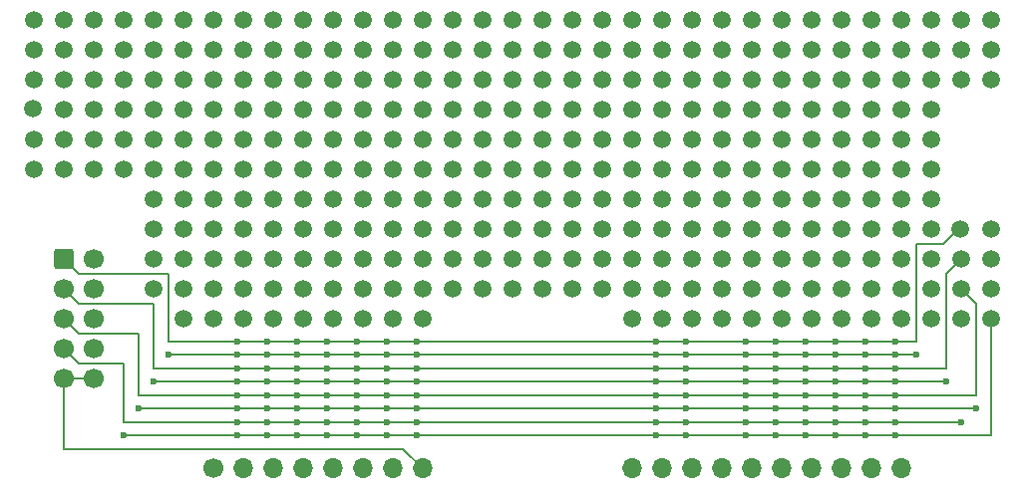
<source format=gbr>
%TF.GenerationSoftware,KiCad,Pcbnew,8.0.2-8.0.2-0~ubuntu22.04.1*%
%TF.CreationDate,2024-05-24T18:22:54+02:00*%
%TF.ProjectId,flipper-debug-devboard,666c6970-7065-4722-9d64-656275672d64,rev?*%
%TF.SameCoordinates,Original*%
%TF.FileFunction,Copper,L2,Bot*%
%TF.FilePolarity,Positive*%
%FSLAX46Y46*%
G04 Gerber Fmt 4.6, Leading zero omitted, Abs format (unit mm)*
G04 Created by KiCad (PCBNEW 8.0.2-8.0.2-0~ubuntu22.04.1) date 2024-05-24 18:22:54*
%MOMM*%
%LPD*%
G01*
G04 APERTURE LIST*
G04 Aperture macros list*
%AMRoundRect*
0 Rectangle with rounded corners*
0 $1 Rounding radius*
0 $2 $3 $4 $5 $6 $7 $8 $9 X,Y pos of 4 corners*
0 Add a 4 corners polygon primitive as box body*
4,1,4,$2,$3,$4,$5,$6,$7,$8,$9,$2,$3,0*
0 Add four circle primitives for the rounded corners*
1,1,$1+$1,$2,$3*
1,1,$1+$1,$4,$5*
1,1,$1+$1,$6,$7*
1,1,$1+$1,$8,$9*
0 Add four rect primitives between the rounded corners*
20,1,$1+$1,$2,$3,$4,$5,0*
20,1,$1+$1,$4,$5,$6,$7,0*
20,1,$1+$1,$6,$7,$8,$9,0*
20,1,$1+$1,$8,$9,$2,$3,0*%
G04 Aperture macros list end*
%TA.AperFunction,ComponentPad*%
%ADD10C,1.500000*%
%TD*%
%TA.AperFunction,ComponentPad*%
%ADD11RoundRect,0.250000X-0.600000X-0.600000X0.600000X-0.600000X0.600000X0.600000X-0.600000X0.600000X0*%
%TD*%
%TA.AperFunction,ComponentPad*%
%ADD12C,1.700000*%
%TD*%
%TA.AperFunction,ComponentPad*%
%ADD13O,1.700000X1.700000*%
%TD*%
%TA.AperFunction,ViaPad*%
%ADD14C,0.600000*%
%TD*%
%TA.AperFunction,Conductor*%
%ADD15C,0.200000*%
%TD*%
G04 APERTURE END LIST*
D10*
%TO.P,,1*%
%TO.N,N/C*%
X149860000Y-104140000D03*
%TD*%
%TO.P,,1*%
%TO.N,N/C*%
X124460000Y-104140000D03*
%TD*%
%TO.P,,1*%
%TO.N,N/C*%
X101600000Y-104140000D03*
%TD*%
%TO.P,,1*%
%TO.N,N/C*%
X142240000Y-104140000D03*
%TD*%
%TO.P,,1*%
%TO.N,N/C*%
X106680000Y-104140000D03*
%TD*%
%TO.P,,1*%
%TO.N,N/C*%
X104140000Y-104140000D03*
%TD*%
%TO.P,,1*%
%TO.N,N/C*%
X73660000Y-104140000D03*
%TD*%
%TO.P,,1*%
%TO.N,N/C*%
X139700000Y-104140000D03*
%TD*%
%TO.P,,1*%
%TO.N,N/C*%
X144780000Y-104140000D03*
%TD*%
%TO.P,,1*%
%TO.N,N/C*%
X127000000Y-104140000D03*
%TD*%
%TO.P,,1*%
%TO.N,N/C*%
X76200000Y-104140000D03*
%TD*%
%TO.P,,1*%
%TO.N,N/C*%
X88900000Y-104140000D03*
%TD*%
%TO.P,,1*%
%TO.N,N/C*%
X99060000Y-104140000D03*
%TD*%
%TO.P,,1*%
%TO.N,N/C*%
X147320000Y-104140000D03*
%TD*%
%TO.P,,1*%
%TO.N,N/C*%
X86360000Y-104140000D03*
%TD*%
%TO.P,,1*%
%TO.N,N/C*%
X132080000Y-104140000D03*
%TD*%
%TO.P,,1*%
%TO.N,N/C*%
X83820000Y-104140000D03*
%TD*%
%TO.P,,1*%
%TO.N,N/C*%
X116840000Y-104140000D03*
%TD*%
%TO.P,,1*%
%TO.N,N/C*%
X93980000Y-104140000D03*
%TD*%
%TO.P,,1*%
%TO.N,N/C*%
X96520000Y-104140000D03*
%TD*%
%TO.P,,1*%
%TO.N,N/C*%
X91440000Y-104140000D03*
%TD*%
%TO.P,,1*%
%TO.N,N/C*%
X134620000Y-104140000D03*
%TD*%
%TO.P,,1*%
%TO.N,N/C*%
X71120000Y-104140000D03*
%TD*%
%TO.P,,1*%
%TO.N,N/C*%
X119380000Y-104140000D03*
%TD*%
%TO.P,,1*%
%TO.N,N/C*%
X81280000Y-104140000D03*
%TD*%
%TO.P,,1*%
%TO.N,N/C*%
X78740000Y-104140000D03*
%TD*%
%TO.P,,1*%
%TO.N,N/C*%
X109220000Y-104140000D03*
%TD*%
%TO.P,,1*%
%TO.N,N/C*%
X137160000Y-104140000D03*
%TD*%
%TO.P,,1*%
%TO.N,N/C*%
X114300000Y-104140000D03*
%TD*%
%TO.P,,1*%
%TO.N,N/C*%
X111760000Y-104140000D03*
%TD*%
%TO.P,,1*%
%TO.N,N/C*%
X152400000Y-104140000D03*
%TD*%
%TO.P,,1*%
%TO.N,N/C*%
X129540000Y-104140000D03*
%TD*%
%TO.P,,1*%
%TO.N,N/C*%
X121920000Y-104140000D03*
%TD*%
%TO.P,,1*%
%TO.N,N/C*%
X149860000Y-106680000D03*
%TD*%
%TO.P,,1*%
%TO.N,N/C*%
X124460000Y-106680000D03*
%TD*%
%TO.P,,1*%
%TO.N,N/C*%
X101600000Y-106680000D03*
%TD*%
%TO.P,,1*%
%TO.N,N/C*%
X142240000Y-106680000D03*
%TD*%
%TO.P,,1*%
%TO.N,N/C*%
X106680000Y-106680000D03*
%TD*%
%TO.P,,1*%
%TO.N,N/C*%
X104140000Y-106680000D03*
%TD*%
%TO.P,,1*%
%TO.N,N/C*%
X73660000Y-106680000D03*
%TD*%
%TO.P,,1*%
%TO.N,N/C*%
X139700000Y-106680000D03*
%TD*%
%TO.P,,1*%
%TO.N,N/C*%
X144780000Y-106680000D03*
%TD*%
%TO.P,,1*%
%TO.N,N/C*%
X127000000Y-106680000D03*
%TD*%
%TO.P,,1*%
%TO.N,N/C*%
X76200000Y-106680000D03*
%TD*%
%TO.P,,1*%
%TO.N,N/C*%
X88900000Y-106680000D03*
%TD*%
%TO.P,,1*%
%TO.N,N/C*%
X99060000Y-106680000D03*
%TD*%
%TO.P,,1*%
%TO.N,N/C*%
X147320000Y-106680000D03*
%TD*%
%TO.P,,1*%
%TO.N,N/C*%
X86360000Y-106680000D03*
%TD*%
%TO.P,,1*%
%TO.N,N/C*%
X132080000Y-106680000D03*
%TD*%
%TO.P,,1*%
%TO.N,N/C*%
X83820000Y-106680000D03*
%TD*%
%TO.P,,1*%
%TO.N,N/C*%
X116840000Y-106680000D03*
%TD*%
%TO.P,,1*%
%TO.N,N/C*%
X93980000Y-106680000D03*
%TD*%
%TO.P,,1*%
%TO.N,N/C*%
X96520000Y-106680000D03*
%TD*%
%TO.P,,1*%
%TO.N,N/C*%
X91440000Y-106680000D03*
%TD*%
%TO.P,,1*%
%TO.N,N/C*%
X134620000Y-106680000D03*
%TD*%
%TO.P,,1*%
%TO.N,N/C*%
X71120000Y-106680000D03*
%TD*%
%TO.P,,1*%
%TO.N,N/C*%
X119380000Y-106680000D03*
%TD*%
%TO.P,,1*%
%TO.N,N/C*%
X81280000Y-106680000D03*
%TD*%
%TO.P,,1*%
%TO.N,N/C*%
X78740000Y-106680000D03*
%TD*%
%TO.P,,1*%
%TO.N,N/C*%
X109220000Y-106680000D03*
%TD*%
%TO.P,,1*%
%TO.N,N/C*%
X137160000Y-106680000D03*
%TD*%
%TO.P,,1*%
%TO.N,N/C*%
X114300000Y-106680000D03*
%TD*%
%TO.P,,1*%
%TO.N,N/C*%
X111760000Y-106680000D03*
%TD*%
%TO.P,,1*%
%TO.N,N/C*%
X152400000Y-106680000D03*
%TD*%
%TO.P,,1*%
%TO.N,N/C*%
X129540000Y-106680000D03*
%TD*%
%TO.P,,1*%
%TO.N,N/C*%
X121920000Y-106680000D03*
%TD*%
%TO.P,,1*%
%TO.N,N/C*%
X139700000Y-111760000D03*
%TD*%
%TO.P,,1*%
%TO.N,N/C*%
X86360000Y-121920000D03*
%TD*%
%TO.P,,1*%
%TO.N,N/C*%
X142240000Y-116840000D03*
%TD*%
%TO.P,,1*%
%TO.N,N/C*%
X88900000Y-121920000D03*
%TD*%
%TO.P,,1*%
%TO.N,N/C*%
X134620000Y-111760000D03*
%TD*%
%TO.P,,1*%
%TO.N,N/C*%
X114300000Y-119380000D03*
%TD*%
%TO.P,,1*%
%TO.N,N/C*%
X149860000Y-124460000D03*
%TD*%
%TO.P,,1*%
%TO.N,N/C*%
X139700000Y-116840000D03*
%TD*%
%TO.P,,1*%
%TO.N,N/C*%
X111760000Y-121920000D03*
%TD*%
%TO.P,,1*%
%TO.N,N/C*%
X129540000Y-116840000D03*
%TD*%
%TO.P,,1*%
%TO.N,N/C*%
X152400000Y-109220000D03*
%TD*%
%TO.P,,1*%
%TO.N,N/C*%
X142240000Y-127000000D03*
%TD*%
%TO.P,,1*%
%TO.N,N/C*%
X124460000Y-114300000D03*
%TD*%
%TO.P,,1*%
%TO.N,N/C*%
X114300000Y-116840000D03*
%TD*%
%TO.P,,1*%
%TO.N,N/C*%
X142240000Y-124460000D03*
%TD*%
%TO.P,,1*%
%TO.N,N/C*%
X119380000Y-119380000D03*
%TD*%
%TO.P,,1*%
%TO.N,N/C*%
X149839316Y-121912195D03*
%TD*%
%TO.P,,1*%
%TO.N,N/C*%
X109220000Y-119380000D03*
%TD*%
%TO.P,,1*%
%TO.N,N/C*%
X152400000Y-121920000D03*
%TD*%
%TO.P,,1*%
%TO.N,N/C*%
X132080000Y-121920000D03*
%TD*%
%TO.P,,1*%
%TO.N,N/C*%
X93980000Y-119380000D03*
%TD*%
%TO.P,,1*%
%TO.N,N/C*%
X76200000Y-111760000D03*
%TD*%
%TO.P,,1*%
%TO.N,N/C*%
X149860000Y-129540000D03*
%TD*%
%TO.P,,1*%
%TO.N,N/C*%
X88900000Y-124460000D03*
%TD*%
%TO.P,,1*%
%TO.N,N/C*%
X93980000Y-127000000D03*
%TD*%
%TO.P,,1*%
%TO.N,N/C*%
X91440000Y-124460000D03*
%TD*%
%TO.P,,1*%
%TO.N,N/C*%
X88900000Y-129540000D03*
%TD*%
%TO.P,,1*%
%TO.N,N/C*%
X109220000Y-116840000D03*
%TD*%
%TO.P,,1*%
%TO.N,N/C*%
X114300000Y-121920000D03*
%TD*%
%TO.P,,1*%
%TO.N,N/C*%
X93980000Y-116840000D03*
%TD*%
%TO.P,,1*%
%TO.N,N/C*%
X147320000Y-116840000D03*
%TD*%
%TO.P,,1*%
%TO.N,N/C*%
X129540000Y-109220000D03*
%TD*%
%TO.P,,1*%
%TO.N,N/C*%
X111760000Y-124460000D03*
%TD*%
D11*
%TO.P,REF1,1*%
%TO.N,N/C*%
X73660000Y-124460000D03*
D12*
%TO.P,REF1,2*%
X76200000Y-124460000D03*
%TO.P,REF1,3*%
X73660000Y-127000000D03*
%TO.P,REF1,4*%
X76200000Y-127000000D03*
%TO.P,REF1,5*%
X73660000Y-129540000D03*
%TO.P,REF1,6*%
X76200000Y-129540000D03*
%TO.P,REF1,7*%
X73660000Y-132080000D03*
%TO.P,REF1,8*%
X76200000Y-132080000D03*
%TO.P,REF1,9*%
X73660000Y-134620000D03*
%TO.P,REF1,10*%
X76200000Y-134620000D03*
%TD*%
D10*
%TO.P,,1*%
%TO.N,N/C*%
X139700000Y-114300000D03*
%TD*%
%TO.P,,1*%
%TO.N,N/C*%
X106680000Y-114300000D03*
%TD*%
%TO.P,,1*%
%TO.N,N/C*%
X134620000Y-129540000D03*
%TD*%
%TO.P,,1*%
%TO.N,N/C*%
X111760000Y-116840000D03*
%TD*%
%TO.P,,1*%
%TO.N,N/C*%
X121920000Y-109220000D03*
%TD*%
%TO.P,,1*%
%TO.N,N/C*%
X106680000Y-124460000D03*
%TD*%
%TO.P,,1*%
%TO.N,N/C*%
X121920000Y-116840000D03*
%TD*%
%TO.P,,1*%
%TO.N,N/C*%
X111760000Y-109220000D03*
%TD*%
%TO.P,,1*%
%TO.N,N/C*%
X144780000Y-121920000D03*
%TD*%
%TO.P,,1*%
%TO.N,N/C*%
X114300000Y-109220000D03*
%TD*%
%TO.P,,1*%
%TO.N,N/C*%
X142240000Y-129540000D03*
%TD*%
%TO.P,,1*%
%TO.N,N/C*%
X124460000Y-127000000D03*
%TD*%
%TO.P,,1*%
%TO.N,N/C*%
X104140000Y-121920000D03*
%TD*%
%TO.P,,1*%
%TO.N,N/C*%
X73660000Y-116840000D03*
%TD*%
%TO.P,,1*%
%TO.N,N/C*%
X144780000Y-119380000D03*
%TD*%
%TO.P,,1*%
%TO.N,N/C*%
X137160000Y-109220000D03*
%TD*%
%TO.P,,1*%
%TO.N,N/C*%
X139700000Y-121920000D03*
%TD*%
%TO.P,,1*%
%TO.N,N/C*%
X106680000Y-121920000D03*
%TD*%
%TO.P,,1*%
%TO.N,N/C*%
X88900000Y-119380000D03*
%TD*%
%TO.P,,1*%
%TO.N,N/C*%
X83820000Y-119380000D03*
%TD*%
%TO.P,,1*%
%TO.N,N/C*%
X104140000Y-116840000D03*
%TD*%
%TO.P,,1*%
%TO.N,N/C*%
X121920000Y-124460000D03*
%TD*%
%TO.P,,1*%
%TO.N,N/C*%
X119380000Y-127000000D03*
%TD*%
%TO.P,,1*%
%TO.N,N/C*%
X116840000Y-127000000D03*
%TD*%
%TO.P,,1*%
%TO.N,N/C*%
X93980000Y-114300000D03*
%TD*%
%TO.P,,1*%
%TO.N,N/C*%
X71120000Y-116840000D03*
%TD*%
%TO.P,,1*%
%TO.N,N/C*%
X83820000Y-121920000D03*
%TD*%
%TO.P,,1*%
%TO.N,N/C*%
X139700000Y-119380000D03*
%TD*%
%TO.P,,1*%
%TO.N,N/C*%
X114300000Y-124460000D03*
%TD*%
%TO.P,,1*%
%TO.N,N/C*%
X144780000Y-111760000D03*
%TD*%
%TO.P,,1*%
%TO.N,N/C*%
X101600000Y-127000000D03*
%TD*%
%TO.P,,1*%
%TO.N,N/C*%
X124460000Y-111760000D03*
%TD*%
%TO.P,,1*%
%TO.N,N/C*%
X114300000Y-127000000D03*
%TD*%
%TO.P,,1*%
%TO.N,N/C*%
X109220000Y-109220000D03*
%TD*%
%TO.P,,1*%
%TO.N,N/C*%
X134620000Y-124460000D03*
%TD*%
%TO.P,,1*%
%TO.N,N/C*%
X142240000Y-121920000D03*
%TD*%
%TO.P,,1*%
%TO.N,N/C*%
X104140000Y-111760000D03*
%TD*%
%TO.P,,1*%
%TO.N,N/C*%
X96520000Y-127000000D03*
%TD*%
%TO.P,,1*%
%TO.N,N/C*%
X132080000Y-114300000D03*
%TD*%
%TO.P,,1*%
%TO.N,N/C*%
X116840000Y-124460000D03*
%TD*%
%TO.P,,1*%
%TO.N,N/C*%
X137160000Y-129540000D03*
%TD*%
%TO.P,,1*%
%TO.N,N/C*%
X96520000Y-114300000D03*
%TD*%
%TO.P,,1*%
%TO.N,N/C*%
X88900000Y-127000000D03*
%TD*%
%TO.P,,1*%
%TO.N,N/C*%
X86360000Y-114300000D03*
%TD*%
%TO.P,,1*%
%TO.N,N/C*%
X147320000Y-111760000D03*
%TD*%
%TO.P,,1*%
%TO.N,N/C*%
X137160000Y-114300000D03*
%TD*%
%TO.P,,1*%
%TO.N,N/C*%
X83820000Y-124460000D03*
%TD*%
%TO.P,,1*%
%TO.N,N/C*%
X129540000Y-129540000D03*
%TD*%
%TO.P,,1*%
%TO.N,N/C*%
X86360000Y-127000000D03*
%TD*%
%TO.P,,1*%
%TO.N,N/C*%
X137160000Y-121920000D03*
%TD*%
%TO.P,,1*%
%TO.N,N/C*%
X132080000Y-119380000D03*
%TD*%
%TO.P,,1*%
%TO.N,N/C*%
X147320000Y-114300000D03*
%TD*%
%TO.P,,1*%
%TO.N,N/C*%
X144780000Y-114300000D03*
%TD*%
%TO.P,,1*%
%TO.N,N/C*%
X119380000Y-121920000D03*
%TD*%
%TO.P,,1*%
%TO.N,N/C*%
X78740000Y-109220000D03*
%TD*%
%TO.P,,1*%
%TO.N,N/C*%
X101600000Y-129540000D03*
%TD*%
%TO.P,,1*%
%TO.N,N/C*%
X96520000Y-129540000D03*
%TD*%
%TO.P,,1*%
%TO.N,N/C*%
X119380000Y-111760000D03*
%TD*%
%TO.P,,1*%
%TO.N,N/C*%
X111760000Y-114300000D03*
%TD*%
%TO.P,,1*%
%TO.N,N/C*%
X132080000Y-127000000D03*
%TD*%
%TO.P,,1*%
%TO.N,N/C*%
X81280000Y-109220000D03*
%TD*%
%TO.P,,1*%
%TO.N,N/C*%
X119380000Y-109220000D03*
%TD*%
%TO.P,,1*%
%TO.N,N/C*%
X71120000Y-109220000D03*
%TD*%
%TO.P,,1*%
%TO.N,N/C*%
X86360000Y-119380000D03*
%TD*%
%TO.P,,1*%
%TO.N,N/C*%
X81280000Y-116840000D03*
%TD*%
%TO.P,,1*%
%TO.N,N/C*%
X134620000Y-109220000D03*
%TD*%
%TO.P,,1*%
%TO.N,N/C*%
X71095966Y-111688191D03*
%TD*%
%TO.P,,1*%
%TO.N,N/C*%
X104140000Y-119380000D03*
%TD*%
%TO.P,,1*%
%TO.N,N/C*%
X152400000Y-124460000D03*
%TD*%
%TO.P,,1*%
%TO.N,N/C*%
X116840000Y-119380000D03*
%TD*%
%TO.P,,1*%
%TO.N,N/C*%
X142240000Y-111760000D03*
%TD*%
%TO.P,,1*%
%TO.N,N/C*%
X127000000Y-114300000D03*
%TD*%
%TO.P,,1*%
%TO.N,N/C*%
X71120000Y-114300000D03*
%TD*%
%TO.P,,1*%
%TO.N,N/C*%
X91440000Y-111760000D03*
%TD*%
%TO.P,,1*%
%TO.N,N/C*%
X73660000Y-114300000D03*
%TD*%
%TO.P,,1*%
%TO.N,N/C*%
X127000000Y-124460000D03*
%TD*%
%TO.P,,1*%
%TO.N,N/C*%
X116840000Y-121920000D03*
%TD*%
%TO.P,,1*%
%TO.N,N/C*%
X91440000Y-109220000D03*
%TD*%
%TO.P,,1*%
%TO.N,N/C*%
X134620000Y-121920000D03*
%TD*%
%TO.P,,1*%
%TO.N,N/C*%
X116840000Y-111760000D03*
%TD*%
%TO.P,,1*%
%TO.N,N/C*%
X101600000Y-124460000D03*
%TD*%
%TO.P,,1*%
%TO.N,N/C*%
X137160000Y-111760000D03*
%TD*%
%TO.P,,1*%
%TO.N,N/C*%
X127000000Y-116840000D03*
%TD*%
%TO.P,,1*%
%TO.N,N/C*%
X106680000Y-116840000D03*
%TD*%
%TO.P,,1*%
%TO.N,N/C*%
X127000000Y-127000000D03*
%TD*%
%TO.P,,1*%
%TO.N,N/C*%
X96520000Y-109220000D03*
%TD*%
%TO.P,,1*%
%TO.N,N/C*%
X127000000Y-129540000D03*
%TD*%
%TO.P,,1*%
%TO.N,N/C*%
X137160000Y-127000000D03*
%TD*%
%TO.P,,1*%
%TO.N,N/C*%
X78740000Y-116840000D03*
%TD*%
%TO.P,,1*%
%TO.N,N/C*%
X139700000Y-129540000D03*
%TD*%
%TO.P,,1*%
%TO.N,N/C*%
X99060000Y-124460000D03*
%TD*%
%TO.P,,1*%
%TO.N,N/C*%
X124460000Y-119380000D03*
%TD*%
%TO.P,,1*%
%TO.N,N/C*%
X147320000Y-119380000D03*
%TD*%
%TO.P,,1*%
%TO.N,N/C*%
X144780000Y-129540000D03*
%TD*%
%TO.P,,1*%
%TO.N,N/C*%
X119380000Y-116840000D03*
%TD*%
%TO.P,,1*%
%TO.N,N/C*%
X116840000Y-114300000D03*
%TD*%
%TO.P,,1*%
%TO.N,N/C*%
X129540000Y-127000000D03*
%TD*%
%TO.P,,1*%
%TO.N,N/C*%
X91440000Y-119380000D03*
%TD*%
%TO.P,,1*%
%TO.N,N/C*%
X147320000Y-129540000D03*
%TD*%
%TO.P,,1*%
%TO.N,N/C*%
X116840000Y-116840000D03*
%TD*%
%TO.P,,1*%
%TO.N,N/C*%
X132080000Y-129540000D03*
%TD*%
%TO.P,,1*%
%TO.N,N/C*%
X83820000Y-116840000D03*
%TD*%
%TO.P,,1*%
%TO.N,N/C*%
X93980000Y-109220000D03*
%TD*%
%TO.P,,1*%
%TO.N,N/C*%
X81280000Y-124460000D03*
%TD*%
%TO.P,,1*%
%TO.N,N/C*%
X101600000Y-119380000D03*
%TD*%
%TO.P,,1*%
%TO.N,N/C*%
X127000000Y-111760000D03*
%TD*%
%TO.P,,1*%
%TO.N,N/C*%
X121920000Y-119380000D03*
%TD*%
%TO.P,,1*%
%TO.N,N/C*%
X116840000Y-109220000D03*
%TD*%
%TO.P,,1*%
%TO.N,N/C*%
X81280000Y-111760000D03*
%TD*%
%TO.P,,1*%
%TO.N,N/C*%
X86360000Y-129540000D03*
%TD*%
%TO.P,,1*%
%TO.N,N/C*%
X83820000Y-114300000D03*
%TD*%
%TO.P,,1*%
%TO.N,N/C*%
X99060000Y-119380000D03*
%TD*%
%TO.P,,1*%
%TO.N,N/C*%
X109220000Y-121920000D03*
%TD*%
%TO.P,,1*%
%TO.N,N/C*%
X129540000Y-119380000D03*
%TD*%
%TO.P,,1*%
%TO.N,N/C*%
X83820000Y-109220000D03*
%TD*%
%TO.P,,1*%
%TO.N,N/C*%
X129540000Y-114300000D03*
%TD*%
%TO.P,,1*%
%TO.N,N/C*%
X132080000Y-109220000D03*
%TD*%
%TO.P,,1*%
%TO.N,N/C*%
X83820000Y-127000000D03*
%TD*%
%TO.P,,1*%
%TO.N,N/C*%
X91440000Y-127000000D03*
%TD*%
%TO.P,,1*%
%TO.N,N/C*%
X99060000Y-111760000D03*
%TD*%
%TO.P,,1*%
%TO.N,N/C*%
X96520000Y-116840000D03*
%TD*%
%TO.P,,1*%
%TO.N,N/C*%
X101600000Y-121920000D03*
%TD*%
%TO.P,,1*%
%TO.N,N/C*%
X93980000Y-129540000D03*
%TD*%
%TO.P,,1*%
%TO.N,N/C*%
X86360000Y-109220000D03*
%TD*%
%TO.P,,1*%
%TO.N,N/C*%
X101600000Y-114300000D03*
%TD*%
%TO.P,,1*%
%TO.N,N/C*%
X96520000Y-121920000D03*
%TD*%
%TO.P,,1*%
%TO.N,N/C*%
X83820000Y-111760000D03*
%TD*%
%TO.P,,1*%
%TO.N,N/C*%
X88900000Y-111760000D03*
%TD*%
%TO.P,,1*%
%TO.N,N/C*%
X121920000Y-121920000D03*
%TD*%
%TO.P,,1*%
%TO.N,N/C*%
X124460000Y-121920000D03*
%TD*%
%TO.P,,1*%
%TO.N,N/C*%
X147320000Y-109220000D03*
%TD*%
%TO.P,,1*%
%TO.N,N/C*%
X91440000Y-129540000D03*
%TD*%
%TO.P,,1*%
%TO.N,N/C*%
X124460000Y-124460000D03*
%TD*%
%TO.P,,1*%
%TO.N,N/C*%
X99060000Y-109220000D03*
%TD*%
%TO.P,,1*%
%TO.N,N/C*%
X114300000Y-111760000D03*
%TD*%
%TO.P,,1*%
%TO.N,N/C*%
X121920000Y-127000000D03*
%TD*%
%TO.P,,1*%
%TO.N,N/C*%
X104140000Y-129540000D03*
%TD*%
%TO.P,,1*%
%TO.N,N/C*%
X81280000Y-127000000D03*
%TD*%
%TO.P,,1*%
%TO.N,N/C*%
X88900000Y-109220000D03*
%TD*%
%TO.P,,1*%
%TO.N,N/C*%
X129540000Y-124460000D03*
%TD*%
%TO.P,,1*%
%TO.N,N/C*%
X114300000Y-114300000D03*
%TD*%
%TO.P,,1*%
%TO.N,N/C*%
X93980000Y-111760000D03*
%TD*%
%TO.P,,1*%
%TO.N,N/C*%
X86360000Y-124460000D03*
%TD*%
%TO.P,,1*%
%TO.N,N/C*%
X144780000Y-127000000D03*
%TD*%
%TO.P,,1*%
%TO.N,N/C*%
X76200000Y-109220000D03*
%TD*%
%TO.P,,1*%
%TO.N,N/C*%
X142240000Y-114300000D03*
%TD*%
%TO.P,,1*%
%TO.N,N/C*%
X132080000Y-116840000D03*
%TD*%
%TO.P,,1*%
%TO.N,N/C*%
X109220000Y-111760000D03*
%TD*%
%TO.P,,1*%
%TO.N,N/C*%
X142240000Y-119380000D03*
%TD*%
%TO.P,,1*%
%TO.N,N/C*%
X144780000Y-124460000D03*
%TD*%
%TO.P,,1*%
%TO.N,N/C*%
X91440000Y-116840000D03*
%TD*%
%TO.P,,1*%
%TO.N,N/C*%
X121920000Y-129540000D03*
%TD*%
%TO.P,,1*%
%TO.N,N/C*%
X99060000Y-114300000D03*
%TD*%
%TO.P,,1*%
%TO.N,N/C*%
X152400000Y-127000000D03*
%TD*%
%TO.P,,1*%
%TO.N,N/C*%
X129540000Y-111760000D03*
%TD*%
%TO.P,,1*%
%TO.N,N/C*%
X96520000Y-124460000D03*
%TD*%
%TO.P,,1*%
%TO.N,N/C*%
X93980000Y-124460000D03*
%TD*%
%TO.P,,1*%
%TO.N,N/C*%
X127000000Y-109220000D03*
%TD*%
%TO.P,,1*%
%TO.N,N/C*%
X147320000Y-121920000D03*
%TD*%
%TO.P,,1*%
%TO.N,N/C*%
X73660000Y-111760000D03*
%TD*%
%TO.P,,1*%
%TO.N,N/C*%
X106680000Y-127000000D03*
%TD*%
%TO.P,,1*%
%TO.N,N/C*%
X91440000Y-114300000D03*
%TD*%
%TO.P,,1*%
%TO.N,N/C*%
X144780000Y-109220000D03*
%TD*%
%TO.P,,1*%
%TO.N,N/C*%
X134620000Y-116840000D03*
%TD*%
%TO.P,,1*%
%TO.N,N/C*%
X137160000Y-116840000D03*
%TD*%
%TO.P,,1*%
%TO.N,N/C*%
X101600000Y-116840000D03*
%TD*%
%TO.P,,1*%
%TO.N,N/C*%
X99060000Y-129540000D03*
%TD*%
%TO.P,,1*%
%TO.N,N/C*%
X147320000Y-124460000D03*
%TD*%
%TO.P,,1*%
%TO.N,N/C*%
X76200000Y-114300000D03*
%TD*%
%TO.P,,1*%
%TO.N,N/C*%
X83820000Y-129540000D03*
%TD*%
%TO.P,,1*%
%TO.N,N/C*%
X109220000Y-124460000D03*
%TD*%
%TO.P,,1*%
%TO.N,N/C*%
X139700000Y-109220000D03*
%TD*%
%TO.P,,1*%
%TO.N,N/C*%
X139700000Y-127000000D03*
%TD*%
%TO.P,,1*%
%TO.N,N/C*%
X132080000Y-111760000D03*
%TD*%
%TO.P,,1*%
%TO.N,N/C*%
X99060000Y-121920000D03*
%TD*%
%TO.P,,1*%
%TO.N,N/C*%
X73660000Y-109220000D03*
%TD*%
%TO.P,,1*%
%TO.N,N/C*%
X137160000Y-119380000D03*
%TD*%
%TO.P,,1*%
%TO.N,N/C*%
X88900000Y-116840000D03*
%TD*%
%TO.P,,1*%
%TO.N,N/C*%
X119380000Y-124460000D03*
%TD*%
%TO.P,,1*%
%TO.N,N/C*%
X139700000Y-124460000D03*
%TD*%
%TO.P,,1*%
%TO.N,N/C*%
X132080000Y-124460000D03*
%TD*%
%TO.P,,1*%
%TO.N,N/C*%
X78740000Y-111760000D03*
%TD*%
%TO.P,,1*%
%TO.N,N/C*%
X137160000Y-124460000D03*
%TD*%
%TO.P,,1*%
%TO.N,N/C*%
X104140000Y-109220000D03*
%TD*%
%TO.P,,1*%
%TO.N,N/C*%
X106680000Y-119380000D03*
%TD*%
%TO.P,,1*%
%TO.N,N/C*%
X86360000Y-116840000D03*
%TD*%
%TO.P,,1*%
%TO.N,N/C*%
X96520000Y-119380000D03*
%TD*%
%TO.P,,1*%
%TO.N,N/C*%
X121920000Y-114300000D03*
%TD*%
%TO.P,,1*%
%TO.N,N/C*%
X81280000Y-114300000D03*
%TD*%
%TO.P,,1*%
%TO.N,N/C*%
X106680000Y-109220000D03*
%TD*%
%TO.P,,1*%
%TO.N,N/C*%
X109220000Y-114300000D03*
%TD*%
%TO.P,,1*%
%TO.N,N/C*%
X129540000Y-121920000D03*
%TD*%
%TO.P,,1*%
%TO.N,N/C*%
X111760000Y-119380000D03*
%TD*%
%TO.P,,1*%
%TO.N,N/C*%
X104140000Y-127000000D03*
%TD*%
%TO.P,,1*%
%TO.N,N/C*%
X88900000Y-114300000D03*
%TD*%
%TO.P,,1*%
%TO.N,N/C*%
X142240000Y-109220000D03*
%TD*%
%TO.P,,1*%
%TO.N,N/C*%
X152400000Y-129540000D03*
%TD*%
%TO.P,,1*%
%TO.N,N/C*%
X109220000Y-127000000D03*
%TD*%
%TO.P,,1*%
%TO.N,N/C*%
X99060000Y-116840000D03*
%TD*%
%TO.P,,1*%
%TO.N,N/C*%
X134620000Y-119380000D03*
%TD*%
%TO.P,,1*%
%TO.N,N/C*%
X101600000Y-109220000D03*
%TD*%
%TO.P,,1*%
%TO.N,N/C*%
X81280000Y-121920000D03*
%TD*%
%TO.P,,1*%
%TO.N,N/C*%
X91440000Y-121920000D03*
%TD*%
%TO.P,,1*%
%TO.N,N/C*%
X134620000Y-127000000D03*
%TD*%
%TO.P,,1*%
%TO.N,N/C*%
X93980000Y-121920000D03*
%TD*%
%TO.P,,1*%
%TO.N,N/C*%
X127000000Y-121920000D03*
%TD*%
%TO.P,,1*%
%TO.N,N/C*%
X147320000Y-127000000D03*
%TD*%
%TO.P,,1*%
%TO.N,N/C*%
X119380000Y-114300000D03*
%TD*%
%TO.P,,1*%
%TO.N,N/C*%
X111760000Y-111760000D03*
%TD*%
%TO.P,,1*%
%TO.N,N/C*%
X78740000Y-114300000D03*
%TD*%
%TO.P,,1*%
%TO.N,N/C*%
X104140000Y-114300000D03*
%TD*%
%TO.P,,1*%
%TO.N,N/C*%
X124460000Y-109220000D03*
%TD*%
%TO.P,,1*%
%TO.N,N/C*%
X127000000Y-119380000D03*
%TD*%
%TO.P,,1*%
%TO.N,N/C*%
X134620000Y-114300000D03*
%TD*%
%TO.P,,1*%
%TO.N,N/C*%
X144780000Y-116840000D03*
%TD*%
%TO.P,,1*%
%TO.N,N/C*%
X149860000Y-109220000D03*
%TD*%
%TO.P,,1*%
%TO.N,N/C*%
X76200000Y-116840000D03*
%TD*%
%TO.P,,1*%
%TO.N,N/C*%
X104140000Y-124460000D03*
%TD*%
%TO.P,,1*%
%TO.N,N/C*%
X101600000Y-111760000D03*
%TD*%
%TO.P,,1*%
%TO.N,N/C*%
X96520000Y-111760000D03*
%TD*%
%TO.P,,1*%
%TO.N,N/C*%
X124460000Y-129540000D03*
%TD*%
%TO.P,,1*%
%TO.N,N/C*%
X86360000Y-111760000D03*
%TD*%
%TO.P,,1*%
%TO.N,N/C*%
X81280000Y-119380000D03*
%TD*%
%TO.P,,1*%
%TO.N,N/C*%
X99060000Y-127000000D03*
%TD*%
%TO.P,,1*%
%TO.N,N/C*%
X149860000Y-127000000D03*
%TD*%
%TO.P,,1*%
%TO.N,N/C*%
X124460000Y-116840000D03*
%TD*%
%TO.P,,1*%
%TO.N,N/C*%
X121920000Y-111760000D03*
%TD*%
%TO.P,,1*%
%TO.N,N/C*%
X106680000Y-111760000D03*
%TD*%
%TO.P,,1*%
%TO.N,N/C*%
X111760000Y-127000000D03*
%TD*%
D13*
%TO.P,REF3,1*%
%TO.N,N/C*%
X121920000Y-142240000D03*
%TO.P,REF3,2*%
X124460000Y-142240000D03*
%TO.P,REF3,3*%
X127000000Y-142240000D03*
%TO.P,REF3,4*%
X129540000Y-142240000D03*
%TO.P,REF3,5*%
X132080000Y-142240000D03*
%TO.P,REF3,6*%
X134620000Y-142240000D03*
%TO.P,REF3,7*%
X137160000Y-142240000D03*
%TO.P,REF3,8*%
X139700000Y-142240000D03*
%TO.P,REF3,9*%
X142240000Y-142240000D03*
%TO.P,REF3,10*%
X144780000Y-142240000D03*
%TD*%
D12*
%TO.P,REF2,1*%
%TO.N,N/C*%
X86360000Y-142240000D03*
D13*
%TO.P,REF2,2*%
X88900000Y-142240000D03*
%TO.P,REF2,3*%
X91440000Y-142240000D03*
%TO.P,REF2,4*%
X93980000Y-142240000D03*
%TO.P,REF2,5*%
X96520000Y-142240000D03*
%TO.P,REF2,6*%
X99060000Y-142240000D03*
%TO.P,REF2,7*%
X101600000Y-142240000D03*
%TO.P,REF2,8*%
X104140000Y-142240000D03*
%TD*%
D14*
%TO.N,*%
X93472000Y-133731000D03*
X88392000Y-136017000D03*
X136652000Y-134874000D03*
X144272000Y-138303000D03*
X88392000Y-133731000D03*
X90932000Y-138303000D03*
X101092000Y-139446000D03*
X144272000Y-134874000D03*
X131572000Y-134874000D03*
X103632000Y-131445000D03*
X134112000Y-133731000D03*
X123952000Y-133731000D03*
X93472000Y-138303000D03*
X123952000Y-138303000D03*
X93472000Y-136017000D03*
X101092000Y-136017000D03*
X98552000Y-138303000D03*
X123952000Y-139446000D03*
X98552000Y-137160000D03*
X139192000Y-138303000D03*
X96012000Y-133731000D03*
X90932000Y-139446000D03*
X131572000Y-139446000D03*
X126492000Y-139446000D03*
X123952000Y-137160000D03*
X139192000Y-136017000D03*
X126492000Y-131445000D03*
X103632000Y-139446000D03*
X90932000Y-131445000D03*
X101092000Y-132588000D03*
X141732000Y-136017000D03*
X103632000Y-137160000D03*
X134112000Y-134874000D03*
X136652000Y-138303000D03*
X80010000Y-137160000D03*
X88392000Y-138303000D03*
X139192000Y-134874000D03*
X139192000Y-131445000D03*
X96012000Y-136017000D03*
X88392000Y-139446000D03*
X131572000Y-137160000D03*
X151130000Y-137160000D03*
X96012000Y-137160000D03*
X90932000Y-134874000D03*
X144272000Y-131445000D03*
X136652000Y-132588000D03*
X101092000Y-134874000D03*
X88392000Y-134874000D03*
X103632000Y-136017000D03*
X126492000Y-137160000D03*
X78740000Y-139446000D03*
X131572000Y-131445000D03*
X103632000Y-133731000D03*
X144272000Y-136017000D03*
X141732000Y-133731000D03*
X101092000Y-133731000D03*
X144272000Y-137160000D03*
X96012000Y-138303000D03*
X98552000Y-136017000D03*
X93472000Y-134874000D03*
X134112000Y-139446000D03*
X131572000Y-138303000D03*
X123952000Y-132588000D03*
X134112000Y-136017000D03*
X123952000Y-131445000D03*
X141732000Y-137160000D03*
X101092000Y-137160000D03*
X136652000Y-131445000D03*
X149860000Y-138303000D03*
X82550000Y-132588000D03*
X96012000Y-132588000D03*
X98552000Y-133731000D03*
X139192000Y-132588000D03*
X90932000Y-137160000D03*
X148590000Y-134874000D03*
X144272000Y-133731000D03*
X141732000Y-131445000D03*
X93472000Y-131445000D03*
X131572000Y-136017000D03*
X98552000Y-139446000D03*
X98552000Y-134874000D03*
X134112000Y-132588000D03*
X144272000Y-139446000D03*
X101092000Y-138303000D03*
X103632000Y-138303000D03*
X131572000Y-132588000D03*
X144272000Y-132588000D03*
X141732000Y-132588000D03*
X146050000Y-132588000D03*
X88392000Y-137160000D03*
X141732000Y-138303000D03*
X126492000Y-138303000D03*
X139192000Y-133731000D03*
X81280000Y-134874000D03*
X93472000Y-139446000D03*
X90932000Y-133731000D03*
X134112000Y-138303000D03*
X126492000Y-132588000D03*
X103632000Y-132588000D03*
X96012000Y-131445000D03*
X98552000Y-132588000D03*
X139192000Y-137160000D03*
X96012000Y-139446000D03*
X93472000Y-137160000D03*
X126492000Y-133731000D03*
X134112000Y-137160000D03*
X134112000Y-131445000D03*
X101092000Y-131445000D03*
X126492000Y-134874000D03*
X136652000Y-137160000D03*
X141732000Y-134874000D03*
X98552000Y-131445000D03*
X136652000Y-139446000D03*
X139192000Y-139446000D03*
X141732000Y-139446000D03*
X90932000Y-136017000D03*
X131572000Y-133731000D03*
X123952000Y-134874000D03*
X136652000Y-136017000D03*
X126492000Y-136017000D03*
X136652000Y-133731000D03*
X88392000Y-132588000D03*
X103632000Y-134874000D03*
X123952000Y-136017000D03*
X90932000Y-132588000D03*
X88392000Y-131445000D03*
X93472000Y-132588000D03*
X96012000Y-134874000D03*
%TD*%
D15*
%TO.N,*%
X90932000Y-137160000D02*
X93472000Y-137160000D01*
X74930000Y-125730000D02*
X82042000Y-125730000D01*
X74930000Y-128270000D02*
X81280000Y-128270000D01*
X82550000Y-132588000D02*
X146050000Y-132588000D01*
X83312000Y-131445000D02*
X146050000Y-131445000D01*
X144272000Y-134874000D02*
X148590000Y-134874000D01*
X93472000Y-134874000D02*
X96012000Y-134874000D01*
X134112000Y-134874000D02*
X136652000Y-134874000D01*
X88392000Y-134874000D02*
X90932000Y-134874000D01*
X141732000Y-137160000D02*
X144018000Y-137160000D01*
X83820000Y-134874000D02*
X88392000Y-134874000D01*
X73660000Y-132080000D02*
X74930000Y-133350000D01*
X131572000Y-134874000D02*
X134112000Y-134874000D01*
X73660000Y-129540000D02*
X74930000Y-130810000D01*
X139192000Y-134874000D02*
X141732000Y-134874000D01*
X98552000Y-137160000D02*
X101092000Y-137160000D01*
X74930000Y-130810000D02*
X75184000Y-130810000D01*
X83947000Y-137160000D02*
X88392000Y-137160000D01*
X134112000Y-137160000D02*
X136652000Y-137160000D01*
X152400000Y-129540000D02*
X152400000Y-139446000D01*
X73660000Y-127000000D02*
X74930000Y-128270000D01*
X83820000Y-134874000D02*
X81280000Y-134874000D01*
X82550000Y-125730000D02*
X82550000Y-131064000D01*
X139192000Y-137160000D02*
X141732000Y-137160000D01*
X123952000Y-137160000D02*
X126492000Y-137160000D01*
X101092000Y-134874000D02*
X103632000Y-134874000D01*
X81280000Y-133096000D02*
X81280000Y-133731000D01*
X82550000Y-131445000D02*
X83312000Y-131445000D01*
X98552000Y-134874000D02*
X101092000Y-134874000D01*
X144272000Y-139446000D02*
X83820000Y-139446000D01*
X148590000Y-133731000D02*
X148590000Y-125730000D01*
X96012000Y-134874000D02*
X98552000Y-134874000D01*
X90932000Y-134874000D02*
X93472000Y-134874000D01*
X141732000Y-134874000D02*
X144018000Y-134874000D01*
X149860000Y-127000000D02*
X151130000Y-128270000D01*
X131572000Y-137160000D02*
X134112000Y-137160000D01*
X75184000Y-130810000D02*
X80010000Y-130810000D01*
X81280000Y-128270000D02*
X81280000Y-133096000D01*
X73660000Y-140589000D02*
X73660000Y-134620000D01*
X144018000Y-134874000D02*
X144272000Y-134874000D01*
X74930000Y-133350000D02*
X78740000Y-133350000D01*
X149613805Y-121912195D02*
X149606000Y-121920000D01*
X96012000Y-137160000D02*
X98552000Y-137160000D01*
X78740000Y-133350000D02*
X78740000Y-138303000D01*
X136652000Y-137160000D02*
X139192000Y-137160000D01*
X88392000Y-137160000D02*
X90932000Y-137160000D01*
X83820000Y-137160000D02*
X80518000Y-137160000D01*
X126492000Y-137160000D02*
X131572000Y-137160000D01*
X102489000Y-140589000D02*
X73660000Y-140589000D01*
X83820000Y-137160000D02*
X83947000Y-137160000D01*
X151130000Y-128270000D02*
X151130000Y-136017000D01*
X144018000Y-137160000D02*
X144272000Y-137160000D01*
X146050000Y-131445000D02*
X146050000Y-123190000D01*
X103632000Y-137160000D02*
X123952000Y-137160000D01*
X81280000Y-133731000D02*
X148590000Y-133731000D01*
X151130000Y-136017000D02*
X80010000Y-136017000D01*
X148336000Y-123190000D02*
X149613805Y-121912195D01*
X148590000Y-125730000D02*
X149860000Y-124460000D01*
X101092000Y-137160000D02*
X103632000Y-137160000D01*
X93472000Y-137160000D02*
X96012000Y-137160000D01*
X103632000Y-134874000D02*
X123952000Y-134874000D01*
X73660000Y-124460000D02*
X74930000Y-125730000D01*
X123952000Y-134874000D02*
X126492000Y-134874000D01*
X146050000Y-123190000D02*
X148336000Y-123190000D01*
X82550000Y-131064000D02*
X82550000Y-131445000D01*
X80518000Y-137160000D02*
X80010000Y-137160000D01*
X149839316Y-121912195D02*
X149613805Y-121912195D01*
X136652000Y-134874000D02*
X139192000Y-134874000D01*
X73660000Y-134620000D02*
X76200000Y-134620000D01*
X80010000Y-130810000D02*
X80010000Y-136017000D01*
X83820000Y-139446000D02*
X78740000Y-139446000D01*
X82042000Y-125730000D02*
X82550000Y-125730000D01*
X104140000Y-142240000D02*
X102489000Y-140589000D01*
X152400000Y-139446000D02*
X144272000Y-139446000D01*
X144018000Y-137160000D02*
X151130000Y-137160000D01*
X78740000Y-138303000D02*
X149860000Y-138303000D01*
X126492000Y-134874000D02*
X131572000Y-134874000D01*
%TD*%
M02*

</source>
